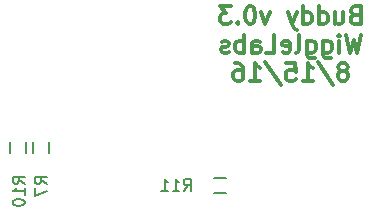
<source format=gbo>
G04 #@! TF.FileFunction,Legend,Bot*
%FSLAX46Y46*%
G04 Gerber Fmt 4.6, Leading zero omitted, Abs format (unit mm)*
G04 Created by KiCad (PCBNEW 4.0.2-stable) date 8/15/2016 9:55:29 PM*
%MOMM*%
G01*
G04 APERTURE LIST*
%ADD10C,0.100000*%
%ADD11C,0.300000*%
%ADD12C,0.150000*%
G04 APERTURE END LIST*
D10*
D11*
X101791571Y-59206857D02*
X101577285Y-59278286D01*
X101505857Y-59349714D01*
X101434428Y-59492571D01*
X101434428Y-59706857D01*
X101505857Y-59849714D01*
X101577285Y-59921143D01*
X101720143Y-59992571D01*
X102291571Y-59992571D01*
X102291571Y-58492571D01*
X101791571Y-58492571D01*
X101648714Y-58564000D01*
X101577285Y-58635429D01*
X101505857Y-58778286D01*
X101505857Y-58921143D01*
X101577285Y-59064000D01*
X101648714Y-59135429D01*
X101791571Y-59206857D01*
X102291571Y-59206857D01*
X100148714Y-58992571D02*
X100148714Y-59992571D01*
X100791571Y-58992571D02*
X100791571Y-59778286D01*
X100720143Y-59921143D01*
X100577285Y-59992571D01*
X100363000Y-59992571D01*
X100220143Y-59921143D01*
X100148714Y-59849714D01*
X98791571Y-59992571D02*
X98791571Y-58492571D01*
X98791571Y-59921143D02*
X98934428Y-59992571D01*
X99220142Y-59992571D01*
X99363000Y-59921143D01*
X99434428Y-59849714D01*
X99505857Y-59706857D01*
X99505857Y-59278286D01*
X99434428Y-59135429D01*
X99363000Y-59064000D01*
X99220142Y-58992571D01*
X98934428Y-58992571D01*
X98791571Y-59064000D01*
X97434428Y-59992571D02*
X97434428Y-58492571D01*
X97434428Y-59921143D02*
X97577285Y-59992571D01*
X97862999Y-59992571D01*
X98005857Y-59921143D01*
X98077285Y-59849714D01*
X98148714Y-59706857D01*
X98148714Y-59278286D01*
X98077285Y-59135429D01*
X98005857Y-59064000D01*
X97862999Y-58992571D01*
X97577285Y-58992571D01*
X97434428Y-59064000D01*
X96862999Y-58992571D02*
X96505856Y-59992571D01*
X96148714Y-58992571D02*
X96505856Y-59992571D01*
X96648714Y-60349714D01*
X96720142Y-60421143D01*
X96862999Y-60492571D01*
X94577285Y-58992571D02*
X94220142Y-59992571D01*
X93863000Y-58992571D01*
X93005857Y-58492571D02*
X92863000Y-58492571D01*
X92720143Y-58564000D01*
X92648714Y-58635429D01*
X92577285Y-58778286D01*
X92505857Y-59064000D01*
X92505857Y-59421143D01*
X92577285Y-59706857D01*
X92648714Y-59849714D01*
X92720143Y-59921143D01*
X92863000Y-59992571D01*
X93005857Y-59992571D01*
X93148714Y-59921143D01*
X93220143Y-59849714D01*
X93291571Y-59706857D01*
X93363000Y-59421143D01*
X93363000Y-59064000D01*
X93291571Y-58778286D01*
X93220143Y-58635429D01*
X93148714Y-58564000D01*
X93005857Y-58492571D01*
X91863000Y-59849714D02*
X91791572Y-59921143D01*
X91863000Y-59992571D01*
X91934429Y-59921143D01*
X91863000Y-59849714D01*
X91863000Y-59992571D01*
X91291571Y-58492571D02*
X90363000Y-58492571D01*
X90863000Y-59064000D01*
X90648714Y-59064000D01*
X90505857Y-59135429D01*
X90434428Y-59206857D01*
X90363000Y-59349714D01*
X90363000Y-59706857D01*
X90434428Y-59849714D01*
X90505857Y-59921143D01*
X90648714Y-59992571D01*
X91077286Y-59992571D01*
X91220143Y-59921143D01*
X91291571Y-59849714D01*
X102327286Y-60892571D02*
X101970143Y-62392571D01*
X101684429Y-61321143D01*
X101398715Y-62392571D01*
X101041572Y-60892571D01*
X100470143Y-62392571D02*
X100470143Y-61392571D01*
X100470143Y-60892571D02*
X100541572Y-60964000D01*
X100470143Y-61035429D01*
X100398715Y-60964000D01*
X100470143Y-60892571D01*
X100470143Y-61035429D01*
X99113000Y-61392571D02*
X99113000Y-62606857D01*
X99184429Y-62749714D01*
X99255857Y-62821143D01*
X99398714Y-62892571D01*
X99613000Y-62892571D01*
X99755857Y-62821143D01*
X99113000Y-62321143D02*
X99255857Y-62392571D01*
X99541571Y-62392571D01*
X99684429Y-62321143D01*
X99755857Y-62249714D01*
X99827286Y-62106857D01*
X99827286Y-61678286D01*
X99755857Y-61535429D01*
X99684429Y-61464000D01*
X99541571Y-61392571D01*
X99255857Y-61392571D01*
X99113000Y-61464000D01*
X97755857Y-61392571D02*
X97755857Y-62606857D01*
X97827286Y-62749714D01*
X97898714Y-62821143D01*
X98041571Y-62892571D01*
X98255857Y-62892571D01*
X98398714Y-62821143D01*
X97755857Y-62321143D02*
X97898714Y-62392571D01*
X98184428Y-62392571D01*
X98327286Y-62321143D01*
X98398714Y-62249714D01*
X98470143Y-62106857D01*
X98470143Y-61678286D01*
X98398714Y-61535429D01*
X98327286Y-61464000D01*
X98184428Y-61392571D01*
X97898714Y-61392571D01*
X97755857Y-61464000D01*
X96827285Y-62392571D02*
X96970143Y-62321143D01*
X97041571Y-62178286D01*
X97041571Y-60892571D01*
X95684429Y-62321143D02*
X95827286Y-62392571D01*
X96113000Y-62392571D01*
X96255857Y-62321143D01*
X96327286Y-62178286D01*
X96327286Y-61606857D01*
X96255857Y-61464000D01*
X96113000Y-61392571D01*
X95827286Y-61392571D01*
X95684429Y-61464000D01*
X95613000Y-61606857D01*
X95613000Y-61749714D01*
X96327286Y-61892571D01*
X94255857Y-62392571D02*
X94970143Y-62392571D01*
X94970143Y-60892571D01*
X93113000Y-62392571D02*
X93113000Y-61606857D01*
X93184429Y-61464000D01*
X93327286Y-61392571D01*
X93613000Y-61392571D01*
X93755857Y-61464000D01*
X93113000Y-62321143D02*
X93255857Y-62392571D01*
X93613000Y-62392571D01*
X93755857Y-62321143D01*
X93827286Y-62178286D01*
X93827286Y-62035429D01*
X93755857Y-61892571D01*
X93613000Y-61821143D01*
X93255857Y-61821143D01*
X93113000Y-61749714D01*
X92398714Y-62392571D02*
X92398714Y-60892571D01*
X92398714Y-61464000D02*
X92255857Y-61392571D01*
X91970143Y-61392571D01*
X91827286Y-61464000D01*
X91755857Y-61535429D01*
X91684428Y-61678286D01*
X91684428Y-62106857D01*
X91755857Y-62249714D01*
X91827286Y-62321143D01*
X91970143Y-62392571D01*
X92255857Y-62392571D01*
X92398714Y-62321143D01*
X91113000Y-62321143D02*
X90970143Y-62392571D01*
X90684428Y-62392571D01*
X90541571Y-62321143D01*
X90470143Y-62178286D01*
X90470143Y-62106857D01*
X90541571Y-61964000D01*
X90684428Y-61892571D01*
X90898714Y-61892571D01*
X91041571Y-61821143D01*
X91113000Y-61678286D01*
X91113000Y-61606857D01*
X91041571Y-61464000D01*
X90898714Y-61392571D01*
X90684428Y-61392571D01*
X90541571Y-61464000D01*
X100934427Y-63935429D02*
X101077285Y-63864000D01*
X101148713Y-63792571D01*
X101220142Y-63649714D01*
X101220142Y-63578286D01*
X101148713Y-63435429D01*
X101077285Y-63364000D01*
X100934427Y-63292571D01*
X100648713Y-63292571D01*
X100505856Y-63364000D01*
X100434427Y-63435429D01*
X100362999Y-63578286D01*
X100362999Y-63649714D01*
X100434427Y-63792571D01*
X100505856Y-63864000D01*
X100648713Y-63935429D01*
X100934427Y-63935429D01*
X101077285Y-64006857D01*
X101148713Y-64078286D01*
X101220142Y-64221143D01*
X101220142Y-64506857D01*
X101148713Y-64649714D01*
X101077285Y-64721143D01*
X100934427Y-64792571D01*
X100648713Y-64792571D01*
X100505856Y-64721143D01*
X100434427Y-64649714D01*
X100362999Y-64506857D01*
X100362999Y-64221143D01*
X100434427Y-64078286D01*
X100505856Y-64006857D01*
X100648713Y-63935429D01*
X98648714Y-63221143D02*
X99934428Y-65149714D01*
X97362999Y-64792571D02*
X98220142Y-64792571D01*
X97791570Y-64792571D02*
X97791570Y-63292571D01*
X97934427Y-63506857D01*
X98077285Y-63649714D01*
X98220142Y-63721143D01*
X96005856Y-63292571D02*
X96720142Y-63292571D01*
X96791571Y-64006857D01*
X96720142Y-63935429D01*
X96577285Y-63864000D01*
X96220142Y-63864000D01*
X96077285Y-63935429D01*
X96005856Y-64006857D01*
X95934428Y-64149714D01*
X95934428Y-64506857D01*
X96005856Y-64649714D01*
X96077285Y-64721143D01*
X96220142Y-64792571D01*
X96577285Y-64792571D01*
X96720142Y-64721143D01*
X96791571Y-64649714D01*
X94220143Y-63221143D02*
X95505857Y-65149714D01*
X92934428Y-64792571D02*
X93791571Y-64792571D01*
X93362999Y-64792571D02*
X93362999Y-63292571D01*
X93505856Y-63506857D01*
X93648714Y-63649714D01*
X93791571Y-63721143D01*
X91648714Y-63292571D02*
X91934428Y-63292571D01*
X92077285Y-63364000D01*
X92148714Y-63435429D01*
X92291571Y-63649714D01*
X92363000Y-63935429D01*
X92363000Y-64506857D01*
X92291571Y-64649714D01*
X92220143Y-64721143D01*
X92077285Y-64792571D01*
X91791571Y-64792571D01*
X91648714Y-64721143D01*
X91577285Y-64649714D01*
X91505857Y-64506857D01*
X91505857Y-64149714D01*
X91577285Y-64006857D01*
X91648714Y-63935429D01*
X91791571Y-63864000D01*
X92077285Y-63864000D01*
X92220143Y-63935429D01*
X92291571Y-64006857D01*
X92363000Y-64149714D01*
D12*
X74517100Y-69926200D02*
X74517100Y-70926200D01*
X75867100Y-70926200D02*
X75867100Y-69926200D01*
X72574000Y-69926200D02*
X72574000Y-70926200D01*
X73924000Y-70926200D02*
X73924000Y-69926200D01*
X90894000Y-72977000D02*
X89894000Y-72977000D01*
X89894000Y-74327000D02*
X90894000Y-74327000D01*
X75694481Y-73509534D02*
X75218290Y-73176200D01*
X75694481Y-72938105D02*
X74694481Y-72938105D01*
X74694481Y-73319058D01*
X74742100Y-73414296D01*
X74789719Y-73461915D01*
X74884957Y-73509534D01*
X75027814Y-73509534D01*
X75123052Y-73461915D01*
X75170671Y-73414296D01*
X75218290Y-73319058D01*
X75218290Y-72938105D01*
X74694481Y-73842867D02*
X74694481Y-74509534D01*
X75694481Y-74080962D01*
X73825841Y-73486663D02*
X73349650Y-73153329D01*
X73825841Y-72915234D02*
X72825841Y-72915234D01*
X72825841Y-73296187D01*
X72873460Y-73391425D01*
X72921079Y-73439044D01*
X73016317Y-73486663D01*
X73159174Y-73486663D01*
X73254412Y-73439044D01*
X73302031Y-73391425D01*
X73349650Y-73296187D01*
X73349650Y-72915234D01*
X73825841Y-74439044D02*
X73825841Y-73867615D01*
X73825841Y-74153329D02*
X72825841Y-74153329D01*
X72968698Y-74058091D01*
X73063936Y-73962853D01*
X73111555Y-73867615D01*
X72825841Y-75058091D02*
X72825841Y-75153330D01*
X72873460Y-75248568D01*
X72921079Y-75296187D01*
X73016317Y-75343806D01*
X73206793Y-75391425D01*
X73444889Y-75391425D01*
X73635365Y-75343806D01*
X73730603Y-75296187D01*
X73778222Y-75248568D01*
X73825841Y-75153330D01*
X73825841Y-75058091D01*
X73778222Y-74962853D01*
X73730603Y-74915234D01*
X73635365Y-74867615D01*
X73444889Y-74819996D01*
X73206793Y-74819996D01*
X73016317Y-74867615D01*
X72921079Y-74915234D01*
X72873460Y-74962853D01*
X72825841Y-75058091D01*
X87310677Y-74091681D02*
X87644011Y-73615490D01*
X87882106Y-74091681D02*
X87882106Y-73091681D01*
X87501153Y-73091681D01*
X87405915Y-73139300D01*
X87358296Y-73186919D01*
X87310677Y-73282157D01*
X87310677Y-73425014D01*
X87358296Y-73520252D01*
X87405915Y-73567871D01*
X87501153Y-73615490D01*
X87882106Y-73615490D01*
X86358296Y-74091681D02*
X86929725Y-74091681D01*
X86644011Y-74091681D02*
X86644011Y-73091681D01*
X86739249Y-73234538D01*
X86834487Y-73329776D01*
X86929725Y-73377395D01*
X85405915Y-74091681D02*
X85977344Y-74091681D01*
X85691630Y-74091681D02*
X85691630Y-73091681D01*
X85786868Y-73234538D01*
X85882106Y-73329776D01*
X85977344Y-73377395D01*
M02*

</source>
